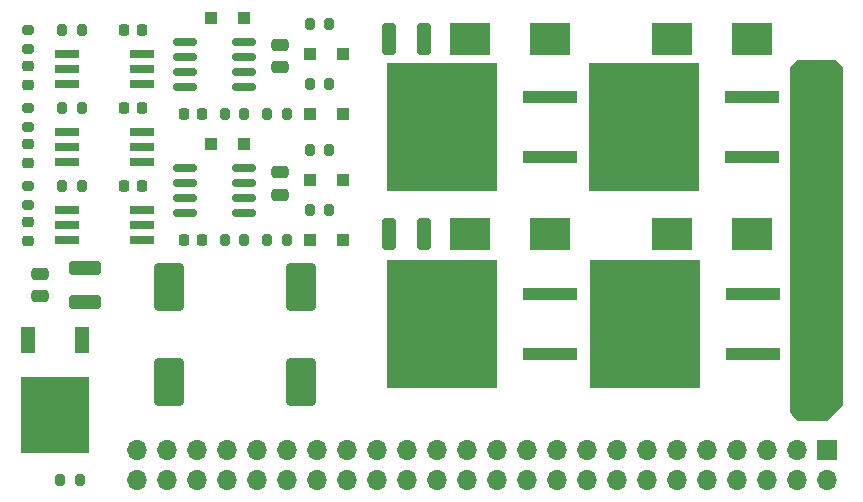
<source format=gbr>
%TF.GenerationSoftware,KiCad,Pcbnew,(6.0.0)*%
%TF.CreationDate,2022-03-21T15:13:20+09:00*%
%TF.ProjectId,MotorDriver base unit,4d6f746f-7244-4726-9976-657220626173,rev?*%
%TF.SameCoordinates,Original*%
%TF.FileFunction,Soldermask,Top*%
%TF.FilePolarity,Negative*%
%FSLAX46Y46*%
G04 Gerber Fmt 4.6, Leading zero omitted, Abs format (unit mm)*
G04 Created by KiCad (PCBNEW (6.0.0)) date 2022-03-21 15:13:20*
%MOMM*%
%LPD*%
G01*
G04 APERTURE LIST*
G04 Aperture macros list*
%AMRoundRect*
0 Rectangle with rounded corners*
0 $1 Rounding radius*
0 $2 $3 $4 $5 $6 $7 $8 $9 X,Y pos of 4 corners*
0 Add a 4 corners polygon primitive as box body*
4,1,4,$2,$3,$4,$5,$6,$7,$8,$9,$2,$3,0*
0 Add four circle primitives for the rounded corners*
1,1,$1+$1,$2,$3*
1,1,$1+$1,$4,$5*
1,1,$1+$1,$6,$7*
1,1,$1+$1,$8,$9*
0 Add four rect primitives between the rounded corners*
20,1,$1+$1,$2,$3,$4,$5,0*
20,1,$1+$1,$4,$5,$6,$7,0*
20,1,$1+$1,$6,$7,$8,$9,0*
20,1,$1+$1,$8,$9,$2,$3,0*%
G04 Aperture macros list end*
%ADD10C,0.100000*%
%ADD11RoundRect,0.225000X0.225000X0.250000X-0.225000X0.250000X-0.225000X-0.250000X0.225000X-0.250000X0*%
%ADD12RoundRect,0.250000X-1.000000X1.750000X-1.000000X-1.750000X1.000000X-1.750000X1.000000X1.750000X0*%
%ADD13RoundRect,0.218750X0.256250X-0.218750X0.256250X0.218750X-0.256250X0.218750X-0.256250X-0.218750X0*%
%ADD14RoundRect,0.200000X-0.275000X0.200000X-0.275000X-0.200000X0.275000X-0.200000X0.275000X0.200000X0*%
%ADD15RoundRect,0.200000X0.200000X0.275000X-0.200000X0.275000X-0.200000X-0.275000X0.200000X-0.275000X0*%
%ADD16R,2.000000X0.640000*%
%ADD17R,3.500000X2.700000*%
%ADD18R,4.600000X1.100000*%
%ADD19R,9.400000X10.800000*%
%ADD20RoundRect,0.150000X-0.825000X-0.150000X0.825000X-0.150000X0.825000X0.150000X-0.825000X0.150000X0*%
%ADD21R,1.100000X1.100000*%
%ADD22RoundRect,0.200000X-0.200000X-0.275000X0.200000X-0.275000X0.200000X0.275000X-0.200000X0.275000X0*%
%ADD23RoundRect,0.250000X-0.475000X0.250000X-0.475000X-0.250000X0.475000X-0.250000X0.475000X0.250000X0*%
%ADD24RoundRect,0.249999X0.325001X1.100001X-0.325001X1.100001X-0.325001X-1.100001X0.325001X-1.100001X0*%
%ADD25RoundRect,0.250000X1.100000X-0.325000X1.100000X0.325000X-1.100000X0.325000X-1.100000X-0.325000X0*%
%ADD26RoundRect,0.250000X0.475000X-0.250000X0.475000X0.250000X-0.475000X0.250000X-0.475000X-0.250000X0*%
%ADD27R,1.200000X2.200000*%
%ADD28R,5.800000X6.400000*%
%ADD29R,1.700000X1.700000*%
%ADD30O,1.700000X1.700000*%
G04 APERTURE END LIST*
D10*
X173990000Y-85090000D02*
X174625000Y-84455000D01*
X174625000Y-84455000D02*
X177800000Y-84455000D01*
X177800000Y-84455000D02*
X178435000Y-85090000D01*
X178435000Y-85090000D02*
X178435000Y-113665000D01*
X178435000Y-113665000D02*
X177165000Y-114935000D01*
X177165000Y-114935000D02*
X174625000Y-114935000D01*
X174625000Y-114935000D02*
X173990000Y-114300000D01*
X173990000Y-114300000D02*
X173990000Y-85090000D01*
G36*
X178435000Y-85090000D02*
G01*
X178435000Y-113665000D01*
X177165000Y-114935000D01*
X174625000Y-114935000D01*
X173990000Y-114300000D01*
X173990000Y-85090000D01*
X174625000Y-84455000D01*
X177800000Y-84455000D01*
X178435000Y-85090000D01*
G37*
X178435000Y-85090000D02*
X178435000Y-113665000D01*
X177165000Y-114935000D01*
X174625000Y-114935000D01*
X173990000Y-114300000D01*
X173990000Y-85090000D01*
X174625000Y-84455000D01*
X177800000Y-84455000D01*
X178435000Y-85090000D01*
D11*
%TO.C,C23*%
X119126000Y-81915000D03*
X117576000Y-81915000D03*
%TD*%
D12*
%TO.C,C36*%
X132588000Y-103696000D03*
X132588000Y-111696000D03*
%TD*%
D13*
%TO.C,D9*%
X109474000Y-99746000D03*
X109474000Y-98171000D03*
%TD*%
%TO.C,D11*%
X109474000Y-86538000D03*
X109474000Y-84963000D03*
%TD*%
%TO.C,D12*%
X109474000Y-93142000D03*
X109474000Y-91567000D03*
%TD*%
D14*
%TO.C,R7*%
X109474000Y-95123000D03*
X109474000Y-96773000D03*
%TD*%
%TO.C,R8*%
X109474000Y-81915000D03*
X109474000Y-83565000D03*
%TD*%
%TO.C,R9*%
X109474000Y-88519000D03*
X109474000Y-90169000D03*
%TD*%
D15*
%TO.C,R20*%
X114046000Y-95123000D03*
X112396000Y-95123000D03*
%TD*%
%TO.C,R21*%
X114046000Y-88519000D03*
X112396000Y-88519000D03*
%TD*%
%TO.C,R22*%
X114046000Y-81915000D03*
X112396000Y-81915000D03*
%TD*%
D16*
%TO.C,U7*%
X112826000Y-90551000D03*
X112826000Y-91821000D03*
X112826000Y-93091000D03*
X119126000Y-93091000D03*
X119126000Y-91821000D03*
X119126000Y-90551000D03*
%TD*%
%TO.C,U8*%
X112826000Y-83947000D03*
X112826000Y-85217000D03*
X112826000Y-86487000D03*
X119126000Y-86487000D03*
X119126000Y-85217000D03*
X119126000Y-83947000D03*
%TD*%
D11*
%TO.C,C22*%
X119126000Y-88519000D03*
X117576000Y-88519000D03*
%TD*%
D17*
%TO.C,D47*%
X153670000Y-99187000D03*
X146870000Y-99187000D03*
%TD*%
%TO.C,D56*%
X170815000Y-82677000D03*
X164015000Y-82677000D03*
%TD*%
%TO.C,D55*%
X153670000Y-82677000D03*
X146870000Y-82677000D03*
%TD*%
%TO.C,D48*%
X170815000Y-99187000D03*
X164015000Y-99187000D03*
%TD*%
D18*
%TO.C,Q6*%
X170815000Y-92710000D03*
D19*
X161665000Y-90170000D03*
D18*
X170815000Y-87630000D03*
%TD*%
%TO.C,Q5*%
X153670000Y-92710000D03*
D19*
X144520000Y-90170000D03*
D18*
X153670000Y-87630000D03*
%TD*%
%TO.C,Q2*%
X170875000Y-109347000D03*
D19*
X161725000Y-106807000D03*
D18*
X170875000Y-104267000D03*
%TD*%
D20*
%TO.C,U12*%
X122812000Y-93599000D03*
X122812000Y-94869000D03*
X122812000Y-96139000D03*
X122812000Y-97409000D03*
X127762000Y-97409000D03*
X127762000Y-96139000D03*
X127762000Y-94869000D03*
X127762000Y-93599000D03*
%TD*%
D15*
%TO.C,R38*%
X135000000Y-86487000D03*
X133350000Y-86487000D03*
%TD*%
%TO.C,R37*%
X135000000Y-81407000D03*
X133350000Y-81407000D03*
%TD*%
%TO.C,R35*%
X135000000Y-92075000D03*
X133350000Y-92075000D03*
%TD*%
%TO.C,R36*%
X135000000Y-97155000D03*
X133350000Y-97155000D03*
%TD*%
D21*
%TO.C,D30*%
X136150000Y-89027000D03*
X133350000Y-89027000D03*
%TD*%
%TO.C,D29*%
X136150000Y-83947000D03*
X133350000Y-83947000D03*
%TD*%
%TO.C,D28*%
X136150000Y-99695000D03*
X133350000Y-99695000D03*
%TD*%
%TO.C,D27*%
X136150000Y-94615000D03*
X133350000Y-94615000D03*
%TD*%
%TO.C,D24*%
X124962000Y-80899000D03*
X127762000Y-80899000D03*
%TD*%
%TO.C,D23*%
X124962000Y-91567000D03*
X127762000Y-91567000D03*
%TD*%
D11*
%TO.C,C28*%
X124232000Y-89027000D03*
X122682000Y-89027000D03*
%TD*%
%TO.C,C27*%
X124206000Y-99695000D03*
X122656000Y-99695000D03*
%TD*%
D20*
%TO.C,U13*%
X122812000Y-82931000D03*
X122812000Y-84201000D03*
X122812000Y-85471000D03*
X122812000Y-86741000D03*
X127762000Y-86741000D03*
X127762000Y-85471000D03*
X127762000Y-84201000D03*
X127762000Y-82931000D03*
%TD*%
D22*
%TO.C,R28*%
X129756500Y-89027000D03*
X131406500Y-89027000D03*
%TD*%
%TO.C,R31*%
X126149500Y-89027000D03*
X127799500Y-89027000D03*
%TD*%
%TO.C,R30*%
X126149500Y-99695000D03*
X127799500Y-99695000D03*
%TD*%
%TO.C,R27*%
X129756500Y-99695000D03*
X131406500Y-99695000D03*
%TD*%
D23*
%TO.C,C31*%
X130810000Y-93980000D03*
X130810000Y-95880000D03*
%TD*%
%TO.C,C32*%
X130810000Y-83185000D03*
X130810000Y-85085000D03*
%TD*%
D24*
%TO.C,C57*%
X143002000Y-99187000D03*
X140052000Y-99187000D03*
%TD*%
%TO.C,C58*%
X143002000Y-82677000D03*
X140052000Y-82677000D03*
%TD*%
D16*
%TO.C,U6*%
X112826000Y-97155000D03*
X112826000Y-98425000D03*
X112826000Y-99695000D03*
X119126000Y-99695000D03*
X119126000Y-98425000D03*
X119126000Y-97155000D03*
%TD*%
D11*
%TO.C,C21*%
X119126000Y-95123000D03*
X117576000Y-95123000D03*
%TD*%
D18*
%TO.C,Q1*%
X153670000Y-109347000D03*
D19*
X144520000Y-106807000D03*
D18*
X153670000Y-104267000D03*
%TD*%
D25*
%TO.C,C1*%
X114300000Y-104980000D03*
X114300000Y-102030000D03*
%TD*%
D26*
%TO.C,C2*%
X110490000Y-104455000D03*
X110490000Y-102555000D03*
%TD*%
D12*
%TO.C,C35*%
X121412000Y-103696000D03*
X121412000Y-111696000D03*
%TD*%
D27*
%TO.C,U1*%
X114040000Y-108195000D03*
D28*
X111760000Y-114495000D03*
D27*
X109480000Y-108195000D03*
%TD*%
D29*
%TO.C,J1*%
X177165000Y-117475000D03*
D30*
X177165000Y-120015000D03*
X174625000Y-117475000D03*
X174625000Y-120015000D03*
X172085000Y-117475000D03*
X172085000Y-120015000D03*
X169545000Y-117475000D03*
X169545000Y-120015000D03*
X167005000Y-117475000D03*
X167005000Y-120015000D03*
X164465000Y-117475000D03*
X164465000Y-120015000D03*
X161925000Y-117475000D03*
X161925000Y-120015000D03*
X159385000Y-117475000D03*
X159385000Y-120015000D03*
X156845000Y-117475000D03*
X156845000Y-120015000D03*
X154305000Y-117475000D03*
X154305000Y-120015000D03*
X151765000Y-117475000D03*
X151765000Y-120015000D03*
X149225000Y-117475000D03*
X149225000Y-120015000D03*
X146685000Y-117475000D03*
X146685000Y-120015000D03*
X144145000Y-117475000D03*
X144145000Y-120015000D03*
X141605000Y-117475000D03*
X141605000Y-120015000D03*
X139065000Y-117475000D03*
X139065000Y-120015000D03*
X136525000Y-117475000D03*
X136525000Y-120015000D03*
X133985000Y-117475000D03*
X133985000Y-120015000D03*
X131445000Y-117475000D03*
X131445000Y-120015000D03*
X128905000Y-117475000D03*
X128905000Y-120015000D03*
X126365000Y-117475000D03*
X126365000Y-120015000D03*
X123825000Y-117475000D03*
X123825000Y-120015000D03*
X121285000Y-117475000D03*
X121285000Y-120015000D03*
X118745000Y-117475000D03*
X118745000Y-120015000D03*
%TD*%
D22*
%TO.C,R1*%
X112205000Y-120015000D03*
X113855000Y-120015000D03*
%TD*%
M02*

</source>
